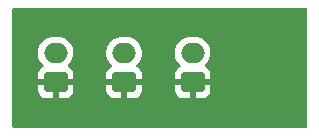
<source format=gbr>
%TF.GenerationSoftware,KiCad,Pcbnew,7.0.1*%
%TF.CreationDate,2023-08-08T00:15:52-05:00*%
%TF.ProjectId,DriveByWireButton,44726976-6542-4795-9769-726542757474,rev?*%
%TF.SameCoordinates,Original*%
%TF.FileFunction,Copper,L2,Bot*%
%TF.FilePolarity,Positive*%
%FSLAX46Y46*%
G04 Gerber Fmt 4.6, Leading zero omitted, Abs format (unit mm)*
G04 Created by KiCad (PCBNEW 7.0.1) date 2023-08-08 00:15:52*
%MOMM*%
%LPD*%
G01*
G04 APERTURE LIST*
G04 Aperture macros list*
%AMRoundRect*
0 Rectangle with rounded corners*
0 $1 Rounding radius*
0 $2 $3 $4 $5 $6 $7 $8 $9 X,Y pos of 4 corners*
0 Add a 4 corners polygon primitive as box body*
4,1,4,$2,$3,$4,$5,$6,$7,$8,$9,$2,$3,0*
0 Add four circle primitives for the rounded corners*
1,1,$1+$1,$2,$3*
1,1,$1+$1,$4,$5*
1,1,$1+$1,$6,$7*
1,1,$1+$1,$8,$9*
0 Add four rect primitives between the rounded corners*
20,1,$1+$1,$2,$3,$4,$5,0*
20,1,$1+$1,$4,$5,$6,$7,0*
20,1,$1+$1,$6,$7,$8,$9,0*
20,1,$1+$1,$8,$9,$2,$3,0*%
G04 Aperture macros list end*
%TA.AperFunction,ComponentPad*%
%ADD10RoundRect,0.250000X0.750000X-0.600000X0.750000X0.600000X-0.750000X0.600000X-0.750000X-0.600000X0*%
%TD*%
%TA.AperFunction,ComponentPad*%
%ADD11O,2.000000X1.700000*%
%TD*%
%TA.AperFunction,ViaPad*%
%ADD12C,0.800000*%
%TD*%
G04 APERTURE END LIST*
D10*
%TO.P,J3,1,Pin_1*%
%TO.N,GND*%
X157100000Y-90000000D03*
D11*
%TO.P,J3,2,Pin_2*%
%TO.N,ReverseButton*%
X157100000Y-87500000D03*
%TD*%
D10*
%TO.P,J2,1,Pin_1*%
%TO.N,GND*%
X145500000Y-90000000D03*
D11*
%TO.P,J2,2,Pin_2*%
%TO.N,DriveButton*%
X145500000Y-87500000D03*
%TD*%
D10*
%TO.P,J1,1,Pin_1*%
%TO.N,GND*%
X151300000Y-90000000D03*
D11*
%TO.P,J1,2,Pin_2*%
%TO.N,SoundButton*%
X151300000Y-87500000D03*
%TD*%
D12*
%TO.N,GND*%
X147310000Y-92080000D03*
%TD*%
%TA.AperFunction,Conductor*%
%TO.N,GND*%
G36*
X166746500Y-83717381D02*
G01*
X166792619Y-83763500D01*
X166809500Y-83826500D01*
X166809500Y-93743500D01*
X166792619Y-93806500D01*
X166746500Y-93852619D01*
X166683500Y-93869500D01*
X141966500Y-93869500D01*
X141903500Y-93852619D01*
X141857381Y-93806500D01*
X141840500Y-93743500D01*
X141840500Y-90254000D01*
X143992000Y-90254000D01*
X143992000Y-90650503D01*
X144002606Y-90754328D01*
X144058340Y-90922522D01*
X144151367Y-91073342D01*
X144276657Y-91198632D01*
X144427477Y-91291659D01*
X144595671Y-91347393D01*
X144699497Y-91358000D01*
X145246000Y-91358000D01*
X145246000Y-90254000D01*
X145754000Y-90254000D01*
X145754000Y-91358000D01*
X146300503Y-91358000D01*
X146404328Y-91347393D01*
X146572522Y-91291659D01*
X146723342Y-91198632D01*
X146848632Y-91073342D01*
X146941659Y-90922522D01*
X146997393Y-90754328D01*
X147008000Y-90650503D01*
X147008000Y-90254000D01*
X149792000Y-90254000D01*
X149792000Y-90650503D01*
X149802606Y-90754328D01*
X149858340Y-90922522D01*
X149951367Y-91073342D01*
X150076657Y-91198632D01*
X150227477Y-91291659D01*
X150395671Y-91347393D01*
X150499497Y-91358000D01*
X151046000Y-91358000D01*
X151046000Y-90254000D01*
X151554000Y-90254000D01*
X151554000Y-91358000D01*
X152100503Y-91358000D01*
X152204328Y-91347393D01*
X152372522Y-91291659D01*
X152523342Y-91198632D01*
X152648632Y-91073342D01*
X152741659Y-90922522D01*
X152797393Y-90754328D01*
X152808000Y-90650503D01*
X152808000Y-90254000D01*
X155592000Y-90254000D01*
X155592000Y-90650503D01*
X155602606Y-90754328D01*
X155658340Y-90922522D01*
X155751367Y-91073342D01*
X155876657Y-91198632D01*
X156027477Y-91291659D01*
X156195671Y-91347393D01*
X156299497Y-91358000D01*
X156846000Y-91358000D01*
X156846000Y-90254000D01*
X157354000Y-90254000D01*
X157354000Y-91358000D01*
X157900503Y-91358000D01*
X158004328Y-91347393D01*
X158172522Y-91291659D01*
X158323342Y-91198632D01*
X158448632Y-91073342D01*
X158541659Y-90922522D01*
X158597393Y-90754328D01*
X158608000Y-90650503D01*
X158608000Y-90254000D01*
X157354000Y-90254000D01*
X156846000Y-90254000D01*
X155592000Y-90254000D01*
X152808000Y-90254000D01*
X151554000Y-90254000D01*
X151046000Y-90254000D01*
X149792000Y-90254000D01*
X147008000Y-90254000D01*
X145754000Y-90254000D01*
X145246000Y-90254000D01*
X143992000Y-90254000D01*
X141840500Y-90254000D01*
X141840500Y-87442135D01*
X143987815Y-87442135D01*
X143997630Y-87673175D01*
X144046350Y-87899237D01*
X144090198Y-88008357D01*
X144132574Y-88113813D01*
X144253821Y-88310730D01*
X144253822Y-88310731D01*
X144406602Y-88484324D01*
X144434436Y-88506798D01*
X144470630Y-88554130D01*
X144481029Y-88612800D01*
X144463307Y-88669687D01*
X144421428Y-88712072D01*
X144276657Y-88801367D01*
X144151367Y-88926657D01*
X144058340Y-89077477D01*
X144002606Y-89245671D01*
X143992000Y-89349497D01*
X143992000Y-89746000D01*
X147008000Y-89746000D01*
X147008000Y-89349497D01*
X146997393Y-89245671D01*
X146941659Y-89077477D01*
X146848632Y-88926657D01*
X146723342Y-88801367D01*
X146577319Y-88711299D01*
X146536841Y-88671193D01*
X146518170Y-88617356D01*
X146525124Y-88560800D01*
X146556281Y-88513093D01*
X146673476Y-88400772D01*
X146810985Y-88214847D01*
X146915095Y-88008357D01*
X146982811Y-87787243D01*
X147012184Y-87557865D01*
X147007268Y-87442135D01*
X149787815Y-87442135D01*
X149797630Y-87673175D01*
X149846350Y-87899237D01*
X149890198Y-88008357D01*
X149932574Y-88113813D01*
X150053821Y-88310730D01*
X150053822Y-88310731D01*
X150206602Y-88484324D01*
X150234436Y-88506798D01*
X150270630Y-88554130D01*
X150281029Y-88612800D01*
X150263307Y-88669687D01*
X150221428Y-88712072D01*
X150076657Y-88801367D01*
X149951367Y-88926657D01*
X149858340Y-89077477D01*
X149802606Y-89245671D01*
X149792000Y-89349497D01*
X149792000Y-89746000D01*
X152808000Y-89746000D01*
X152808000Y-89349497D01*
X152797393Y-89245671D01*
X152741659Y-89077477D01*
X152648632Y-88926657D01*
X152523342Y-88801367D01*
X152377319Y-88711299D01*
X152336841Y-88671193D01*
X152318170Y-88617356D01*
X152325124Y-88560800D01*
X152356281Y-88513093D01*
X152473476Y-88400772D01*
X152610985Y-88214847D01*
X152715095Y-88008357D01*
X152782811Y-87787243D01*
X152812184Y-87557865D01*
X152807268Y-87442135D01*
X155587815Y-87442135D01*
X155597630Y-87673175D01*
X155646350Y-87899237D01*
X155690198Y-88008357D01*
X155732574Y-88113813D01*
X155853821Y-88310730D01*
X155853822Y-88310731D01*
X156006602Y-88484324D01*
X156034436Y-88506798D01*
X156070630Y-88554130D01*
X156081029Y-88612800D01*
X156063307Y-88669687D01*
X156021428Y-88712072D01*
X155876657Y-88801367D01*
X155751367Y-88926657D01*
X155658340Y-89077477D01*
X155602606Y-89245671D01*
X155592000Y-89349497D01*
X155592000Y-89746000D01*
X158608000Y-89746000D01*
X158608000Y-89349497D01*
X158597393Y-89245671D01*
X158541659Y-89077477D01*
X158448632Y-88926657D01*
X158323342Y-88801367D01*
X158177319Y-88711299D01*
X158136841Y-88671193D01*
X158118170Y-88617356D01*
X158125124Y-88560800D01*
X158156281Y-88513093D01*
X158273476Y-88400772D01*
X158410985Y-88214847D01*
X158515095Y-88008357D01*
X158582811Y-87787243D01*
X158612184Y-87557865D01*
X158602369Y-87326822D01*
X158553649Y-87100762D01*
X158467426Y-86886187D01*
X158346179Y-86689270D01*
X158193398Y-86515676D01*
X158013476Y-86370400D01*
X158013475Y-86370399D01*
X157811591Y-86257620D01*
X157593550Y-86180581D01*
X157365625Y-86141500D01*
X156892287Y-86141500D01*
X156892286Y-86141500D01*
X156719581Y-86156198D01*
X156495793Y-86214469D01*
X156285070Y-86309721D01*
X156093478Y-86439216D01*
X155926524Y-86599227D01*
X155789015Y-86785153D01*
X155684904Y-86991644D01*
X155617188Y-87212759D01*
X155587815Y-87442135D01*
X152807268Y-87442135D01*
X152802369Y-87326822D01*
X152753649Y-87100762D01*
X152667426Y-86886187D01*
X152546179Y-86689270D01*
X152393398Y-86515676D01*
X152213476Y-86370400D01*
X152213475Y-86370399D01*
X152011591Y-86257620D01*
X151793550Y-86180581D01*
X151565625Y-86141500D01*
X151092287Y-86141500D01*
X151092286Y-86141500D01*
X150919581Y-86156198D01*
X150695793Y-86214469D01*
X150485070Y-86309721D01*
X150293478Y-86439216D01*
X150126524Y-86599227D01*
X149989015Y-86785153D01*
X149884904Y-86991644D01*
X149817188Y-87212759D01*
X149787815Y-87442135D01*
X147007268Y-87442135D01*
X147002369Y-87326822D01*
X146953649Y-87100762D01*
X146867426Y-86886187D01*
X146746179Y-86689270D01*
X146593398Y-86515676D01*
X146413476Y-86370400D01*
X146413475Y-86370399D01*
X146211591Y-86257620D01*
X145993550Y-86180581D01*
X145765625Y-86141500D01*
X145292287Y-86141500D01*
X145292286Y-86141500D01*
X145119581Y-86156198D01*
X144895793Y-86214469D01*
X144685070Y-86309721D01*
X144493478Y-86439216D01*
X144326524Y-86599227D01*
X144189015Y-86785153D01*
X144084904Y-86991644D01*
X144017188Y-87212759D01*
X143987815Y-87442135D01*
X141840500Y-87442135D01*
X141840500Y-83826500D01*
X141857381Y-83763500D01*
X141903500Y-83717381D01*
X141966500Y-83700500D01*
X166683500Y-83700500D01*
X166746500Y-83717381D01*
G37*
%TD.AperFunction*%
%TD*%
M02*

</source>
